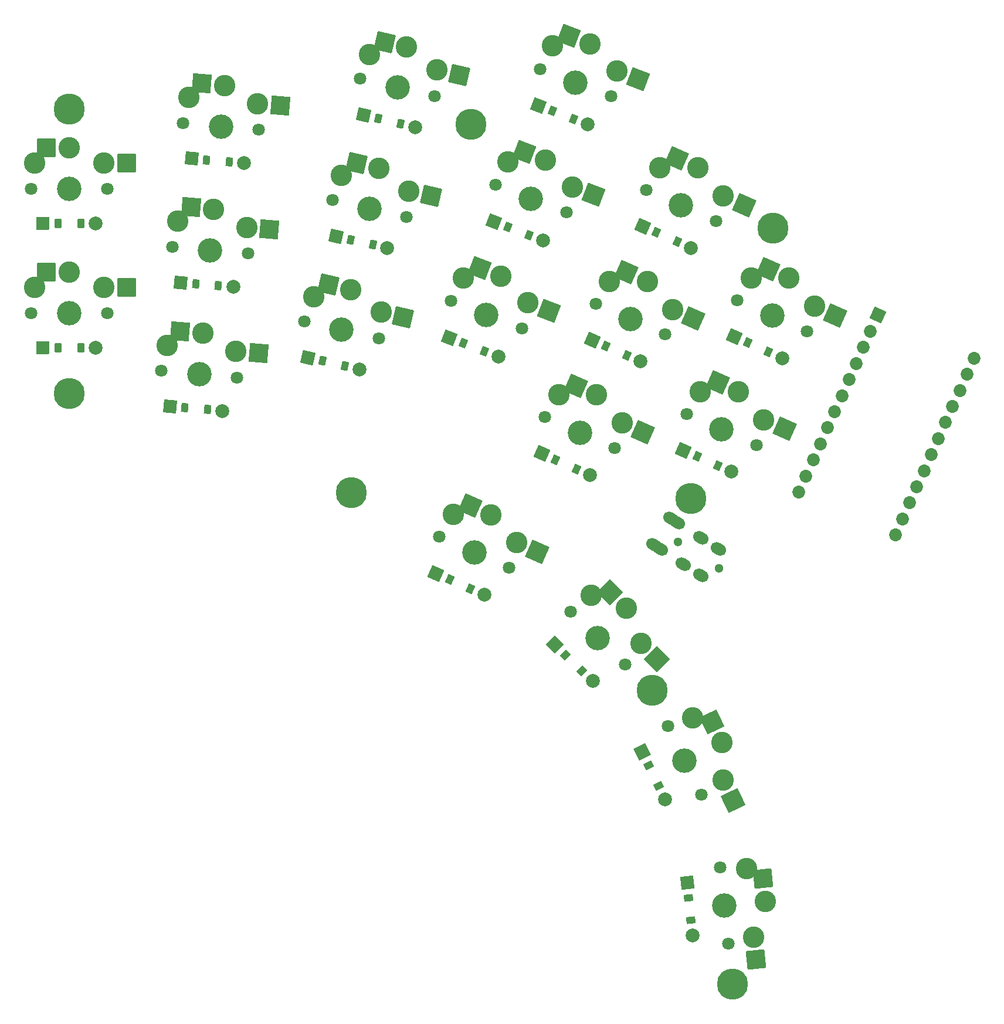
<source format=gbr>
%TF.GenerationSoftware,KiCad,Pcbnew,8.0.4*%
%TF.CreationDate,2024-09-06T09:16:38-06:00*%
%TF.ProjectId,swallowtail_split_rev2,7377616c-6c6f-4777-9461-696c5f73706c,v1.0.0*%
%TF.SameCoordinates,Original*%
%TF.FileFunction,Soldermask,Bot*%
%TF.FilePolarity,Negative*%
%FSLAX46Y46*%
G04 Gerber Fmt 4.6, Leading zero omitted, Abs format (unit mm)*
G04 Created by KiCad (PCBNEW 8.0.4) date 2024-09-06 09:16:38*
%MOMM*%
%LPD*%
G01*
G04 APERTURE LIST*
G04 Aperture macros list*
%AMRoundRect*
0 Rectangle with rounded corners*
0 $1 Rounding radius*
0 $2 $3 $4 $5 $6 $7 $8 $9 X,Y pos of 4 corners*
0 Add a 4 corners polygon primitive as box body*
4,1,4,$2,$3,$4,$5,$6,$7,$8,$9,$2,$3,0*
0 Add four circle primitives for the rounded corners*
1,1,$1+$1,$2,$3*
1,1,$1+$1,$4,$5*
1,1,$1+$1,$6,$7*
1,1,$1+$1,$8,$9*
0 Add four rect primitives between the rounded corners*
20,1,$1+$1,$2,$3,$4,$5,0*
20,1,$1+$1,$4,$5,$6,$7,0*
20,1,$1+$1,$6,$7,$8,$9,0*
20,1,$1+$1,$8,$9,$2,$3,0*%
%AMHorizOval*
0 Thick line with rounded ends*
0 $1 width*
0 $2 $3 position (X,Y) of the first rounded end (center of the circle)*
0 $4 $5 position (X,Y) of the second rounded end (center of the circle)*
0 Add line between two ends*
20,1,$1,$2,$3,$4,$5,0*
0 Add two circle primitives to create the rounded ends*
1,1,$1,$2,$3*
1,1,$1,$4,$5*%
G04 Aperture macros list end*
%ADD10C,1.801800*%
%ADD11C,3.100000*%
%ADD12C,3.529000*%
%ADD13RoundRect,0.050000X-1.408356X-1.181751X1.181751X-1.408356X1.408356X1.181751X-1.181751X1.408356X0*%
%ADD14RoundRect,0.050000X-1.679533X-0.747776X0.747776X-1.679533X1.679533X0.747776X-0.747776X1.679533X0*%
%ADD15C,4.500000*%
%ADD16RoundRect,0.050000X-1.173731X-0.450553X0.450553X-1.173731X1.173731X0.450553X-0.450553X1.173731X0*%
%ADD17RoundRect,0.050000X-0.655137X-0.365096X0.167053X-0.731159X0.655137X0.365096X-0.167053X0.731159X0*%
%ADD18C,2.005000*%
%ADD19RoundRect,0.050000X-0.889000X-0.889000X0.889000X-0.889000X0.889000X0.889000X-0.889000X0.889000X0*%
%ADD20RoundRect,0.050000X-0.450000X-0.600000X0.450000X-0.600000X0.450000X0.600000X-0.450000X0.600000X0*%
%ADD21RoundRect,0.050000X-1.716367X-0.658851X0.658851X-1.716367X1.716367X0.658851X-0.658851X1.716367X0*%
%ADD22RoundRect,0.050000X-1.066196X-0.666234X0.666234X-1.066196X1.066196X0.666234X-0.666234X1.066196X0*%
%ADD23RoundRect,0.050000X-0.573437X-0.483394X0.303496X-0.685850X0.573437X0.483394X-0.303496X0.685850X0*%
%ADD24RoundRect,0.050000X-0.963099X-0.808136X0.808136X-0.963099X0.963099X0.808136X-0.808136X0.963099X0*%
%ADD25RoundRect,0.050000X-0.500581X-0.558497X0.395994X-0.636937X0.500581X0.558497X-0.395994X0.636937X0*%
%ADD26RoundRect,0.050000X-0.977056X0.791204X-0.791204X-0.977056X0.977056X-0.791204X0.791204X0.977056X0*%
%ADD27RoundRect,0.050000X-0.643751X0.384818X-0.549675X-0.510252X0.643751X-0.384818X0.549675X0.510252X0*%
%ADD28RoundRect,0.050000X-1.428765X1.156991X-1.156991X-1.428765X1.428765X-1.156991X1.156991X1.428765X0*%
%ADD29RoundRect,0.050000X-1.148542X-0.511364X0.511364X-1.148542X1.148542X0.511364X-0.511364X1.148542X0*%
%ADD30RoundRect,0.050000X-0.635132X-0.398883X0.205090X-0.721414X0.635132X0.398883X-0.205090X0.721414X0*%
%ADD31RoundRect,0.050000X-1.838198X-0.032086X0.032086X-1.838198X1.838198X0.032086X-0.032086X1.838198X0*%
%ADD32RoundRect,0.050000X-1.559117X-0.974245X0.974245X-1.559117X1.559117X0.974245X-0.974245X1.559117X0*%
%ADD33RoundRect,0.050000X-1.300000X-1.300000X1.300000X-1.300000X1.300000X1.300000X-1.300000X1.300000X0*%
%ADD34C,1.300000*%
%ADD35HorizOval,1.700000X-0.251601X0.163392X0.251601X-0.163392X0*%
%ADD36RoundRect,0.050000X-1.188740X0.409316X-0.409316X-1.188740X1.188740X-0.409316X0.409316X1.188740X0*%
%ADD37RoundRect,0.050000X-0.736543X0.141435X-0.342009X-0.667480X0.736543X-0.141435X0.342009X0.667480X0*%
%ADD38RoundRect,0.050000X-1.738315X0.598550X-0.598550X-1.738315X1.738315X-0.598550X0.598550X1.738315X0*%
%ADD39RoundRect,0.050000X-1.257044X-0.021942X0.021942X-1.257044X1.257044X0.021942X-0.021942X1.257044X0*%
%ADD40RoundRect,0.050000X-0.740498X-0.119008X-0.093092X-0.744200X0.740498X0.119008X0.093092X0.744200X0*%
%ADD41RoundRect,0.050000X-0.444117X1.156963X-1.156963X-0.444117X0.444117X-1.156963X1.156963X0.444117X0*%
%ADD42C,1.852600*%
G04 APERTURE END LIST*
D10*
%TO.C,S3*%
X113282396Y-90332059D03*
D11*
X114107328Y-86639907D03*
X119280044Y-84884058D03*
X119280044Y-84884058D03*
D12*
X118761467Y-90811416D03*
D11*
X124069276Y-87511465D03*
D10*
X124240538Y-91290773D03*
D13*
X116017506Y-84598622D03*
X127331812Y-87796900D03*
%TD*%
D10*
%TO.C,S11*%
X167933566Y-46753328D03*
D11*
X169744236Y-43431586D03*
X175200547Y-43169548D03*
X175200547Y-43169548D03*
D12*
X173068258Y-48724352D03*
D11*
X179080040Y-47015265D03*
D10*
X178202950Y-50695376D03*
D14*
X172143070Y-41995893D03*
X182137516Y-48188920D03*
%TD*%
D15*
%TO.C,_4*%
X157998686Y-54775837D03*
%TD*%
D16*
%TO.C,D17*%
X152945219Y-119566141D03*
D17*
X154918477Y-120444693D03*
X157933177Y-121786923D03*
D18*
X159906435Y-122665475D03*
%TD*%
D15*
%TO.C,_3*%
X140691219Y-107955571D03*
%TD*%
D19*
%TO.C,D1*%
X96190000Y-87050000D03*
D20*
X98350000Y-87050000D03*
X101650000Y-87050000D03*
D18*
X103810000Y-87050000D03*
%TD*%
D10*
%TO.C,S12*%
X168686680Y-97019512D03*
D11*
X170668715Y-93797085D03*
X176131263Y-93820969D03*
X176131263Y-93820969D03*
D12*
X173711180Y-99256564D03*
D11*
X179804170Y-97864452D03*
D10*
X178735680Y-101493616D03*
D21*
X173139402Y-92488906D03*
X182796031Y-99196514D03*
%TD*%
D22*
%TO.C,D7*%
X138491438Y-70918395D03*
D23*
X140596077Y-71404290D03*
X143811499Y-72146628D03*
D18*
X145916138Y-72632523D03*
%TD*%
D24*
%TO.C,D4*%
X116094632Y-77578632D03*
D25*
X118246413Y-77766888D03*
X121533855Y-78054502D03*
D18*
X123685636Y-78242758D03*
%TD*%
D19*
%TO.C,D2*%
X96190000Y-69100000D03*
D20*
X98350000Y-69100000D03*
X101650000Y-69100000D03*
D18*
X103810000Y-69100000D03*
%TD*%
D16*
%TO.C,D15*%
X188656425Y-101805729D03*
D17*
X190629683Y-102684281D03*
X193644383Y-104026511D03*
D18*
X195617641Y-104905063D03*
%TD*%
D26*
%TO.C,D20*%
X189194573Y-164253115D03*
D27*
X189420354Y-166401282D03*
X189765298Y-169683204D03*
D18*
X189991079Y-171831371D03*
%TD*%
D15*
%TO.C,_7*%
X184138065Y-136465759D03*
%TD*%
D10*
%TO.C,S20*%
X193990529Y-162049731D03*
D11*
X197772251Y-162155010D03*
X200482841Y-166897657D03*
X200482841Y-166897657D03*
D12*
X194565436Y-167519601D03*
D11*
X198817535Y-172100229D03*
D10*
X195140343Y-172989471D03*
D28*
X200140511Y-163640597D03*
X199159866Y-175357288D03*
%TD*%
D29*
%TO.C,D9*%
X154854068Y-85542409D03*
D30*
X156870601Y-86316484D03*
X159951417Y-87499098D03*
D18*
X161967950Y-88273173D03*
%TD*%
D10*
%TO.C,S18*%
X172340893Y-125073362D03*
D11*
X175305532Y-122723167D03*
X180430479Y-124613911D03*
X180430479Y-124613911D03*
D12*
X176297262Y-128893983D03*
D11*
X182498930Y-129669751D03*
D10*
X180253631Y-132714604D03*
D31*
X178074641Y-122338905D03*
X184854768Y-131944757D03*
%TD*%
D22*
%TO.C,D8*%
X142529309Y-53428452D03*
D23*
X144633948Y-53914347D03*
X147849370Y-54656685D03*
D18*
X149954009Y-55142580D03*
%TD*%
D16*
%TO.C,D12*%
X168196888Y-102274624D03*
D17*
X170170146Y-103153176D03*
X173184846Y-104495406D03*
D18*
X175158104Y-105373958D03*
%TD*%
D10*
%TO.C,S8*%
X142007380Y-48176435D03*
D11*
X143338131Y-44635023D03*
X148704874Y-43616164D03*
X148704874Y-43616164D03*
D12*
X147366415Y-49413666D03*
D11*
X153081832Y-46884534D03*
D10*
X152725450Y-50650897D03*
D32*
X145513812Y-42879449D03*
X156272894Y-47621248D03*
%TD*%
D15*
%TO.C,_8*%
X195757060Y-178857151D03*
%TD*%
D10*
%TO.C,S6*%
X133931637Y-83156320D03*
D11*
X135262388Y-79614908D03*
X140629131Y-78596049D03*
X140629131Y-78596049D03*
D12*
X139290672Y-84393551D03*
D11*
X145006089Y-81864419D03*
D10*
X144649707Y-85630782D03*
D32*
X137438069Y-77859334D03*
X148197151Y-82601133D03*
%TD*%
D16*
%TO.C,D14*%
X182798734Y-69478342D03*
D17*
X184771992Y-70356894D03*
X187786692Y-71699124D03*
D18*
X189759950Y-72577676D03*
%TD*%
D29*
%TO.C,D10*%
X161286773Y-68784640D03*
D30*
X163303306Y-69558715D03*
X166384122Y-70741329D03*
D18*
X168400655Y-71515404D03*
%TD*%
D10*
%TO.C,S14*%
X183288525Y-64223230D03*
D11*
X185270560Y-61000803D03*
X190733108Y-61024687D03*
X190733108Y-61024687D03*
D12*
X188313025Y-66460282D03*
D11*
X194406015Y-65068170D03*
D10*
X193337525Y-68697334D03*
D21*
X187741247Y-59692624D03*
X197397876Y-66400232D03*
%TD*%
D10*
%TO.C,S1*%
X94500000Y-82050000D03*
D11*
X95000000Y-78300000D03*
X100000000Y-76100000D03*
X100000000Y-76100000D03*
D12*
X100000000Y-82050000D03*
D11*
X105000000Y-78300000D03*
D10*
X105500000Y-82050000D03*
D33*
X96725000Y-76100000D03*
X108275000Y-78300000D03*
%TD*%
D15*
%TO.C,_5*%
X201617989Y-69767853D03*
%TD*%
D10*
%TO.C,S9*%
X155068157Y-80268865D03*
D11*
X156878827Y-76947123D03*
X162335138Y-76685085D03*
X162335138Y-76685085D03*
D12*
X160202849Y-82239889D03*
D11*
X166214631Y-80530802D03*
D10*
X165337541Y-84210913D03*
D14*
X159277661Y-75511430D03*
X169272107Y-81704457D03*
%TD*%
D15*
%TO.C,_2*%
X100000000Y-52510000D03*
%TD*%
D24*
%TO.C,D5*%
X117659078Y-59696937D03*
D25*
X119810859Y-59885193D03*
X123098301Y-60172807D03*
D18*
X125250082Y-60361063D03*
%TD*%
D34*
%TO.C,TRRS1*%
X193761953Y-118832388D03*
X187891259Y-115019915D03*
D35*
X186879518Y-111620447D03*
X184374179Y-115478332D03*
X187802056Y-112219550D03*
X185296716Y-116077435D03*
X191156738Y-114398106D03*
X188651398Y-118255991D03*
X193672750Y-116032023D03*
X191167410Y-119889908D03*
%TD*%
D10*
%TO.C,S10*%
X161500862Y-63511096D03*
D11*
X163311532Y-60189354D03*
X168767843Y-59927316D03*
X168767843Y-59927316D03*
D12*
X166635554Y-65482120D03*
D11*
X172647336Y-63773033D03*
D10*
X171770246Y-67453144D03*
D14*
X165710366Y-58753661D03*
X175704812Y-64946688D03*
%TD*%
D29*
%TO.C,D11*%
X167719478Y-52026872D03*
D30*
X169736011Y-52800947D03*
X172816827Y-53983561D03*
D18*
X174833360Y-54757636D03*
%TD*%
D10*
%TO.C,S13*%
X175987602Y-80621371D03*
D11*
X177969637Y-77398944D03*
X183432185Y-77422828D03*
X183432185Y-77422828D03*
D12*
X181012102Y-82858423D03*
D11*
X187105092Y-81466311D03*
D10*
X186036602Y-85095475D03*
D21*
X180440324Y-76090765D03*
X190096953Y-82798373D03*
%TD*%
D10*
%TO.C,S4*%
X114846842Y-72450364D03*
D11*
X115671774Y-68758212D03*
X120844490Y-67002363D03*
X120844490Y-67002363D03*
D12*
X120325913Y-72929721D03*
D11*
X125633722Y-69629770D03*
D10*
X125804984Y-73409078D03*
D13*
X117581952Y-66716927D03*
X128896258Y-69915205D03*
%TD*%
D16*
%TO.C,D16*%
X195957348Y-85407588D03*
D17*
X197930606Y-86286140D03*
X200945306Y-87628370D03*
D18*
X202918564Y-88506922D03*
%TD*%
D36*
%TO.C,D19*%
X182672554Y-145363657D03*
D37*
X183619436Y-147305052D03*
X185066060Y-150271072D03*
D18*
X186012942Y-152212467D03*
%TD*%
D10*
%TO.C,S19*%
X186425677Y-141652839D03*
D11*
X190015340Y-140458344D03*
X194184543Y-143987898D03*
X194184543Y-143987898D03*
D12*
X188836718Y-146596206D03*
D11*
X194399051Y-149446284D03*
D10*
X191247759Y-151539573D03*
D38*
X192748877Y-141044347D03*
X195834717Y-152389835D03*
%TD*%
D10*
%TO.C,S2*%
X94500000Y-64100000D03*
D11*
X95000000Y-60350000D03*
X100000000Y-58150000D03*
X100000000Y-58150000D03*
D12*
X100000000Y-64100000D03*
D11*
X105000000Y-60350000D03*
D10*
X105500000Y-64100000D03*
D33*
X96725000Y-58150000D03*
X108275000Y-60350000D03*
%TD*%
D10*
%TO.C,S15*%
X189146216Y-96550617D03*
D11*
X191128251Y-93328190D03*
X196590799Y-93352074D03*
X196590799Y-93352074D03*
D12*
X194170716Y-98787669D03*
D11*
X200263706Y-97395557D03*
D10*
X199195216Y-101024721D03*
D21*
X193598938Y-92020011D03*
X203255567Y-98727619D03*
%TD*%
D22*
%TO.C,D6*%
X134453567Y-88408338D03*
D23*
X136558206Y-88894233D03*
X139773628Y-89636571D03*
D18*
X141878267Y-90122466D03*
%TD*%
D24*
%TO.C,D3*%
X114530187Y-95460326D03*
D25*
X116681968Y-95648582D03*
X119969410Y-95936196D03*
D18*
X122121191Y-96124452D03*
%TD*%
D16*
%TO.C,D13*%
X175497811Y-85876483D03*
D17*
X177471069Y-86755035D03*
X180485769Y-88097265D03*
D18*
X182459027Y-88975817D03*
%TD*%
D10*
%TO.C,S5*%
X116411287Y-54568669D03*
D11*
X117236219Y-50876517D03*
X122408935Y-49120668D03*
X122408935Y-49120668D03*
D12*
X121890358Y-55048026D03*
D11*
X127198167Y-51748075D03*
D10*
X127369429Y-55527383D03*
D13*
X119146397Y-48835232D03*
X130460703Y-52033510D03*
%TD*%
D10*
%TO.C,S7*%
X137969508Y-65666378D03*
D11*
X139300259Y-62124966D03*
X144667002Y-61106107D03*
X144667002Y-61106107D03*
D12*
X143328543Y-66903609D03*
D11*
X149043960Y-64374477D03*
D10*
X148687578Y-68140840D03*
D32*
X141475940Y-60369392D03*
X152235022Y-65111191D03*
%TD*%
D39*
%TO.C,D18*%
X170083285Y-129844034D03*
D40*
X171637059Y-131344496D03*
X174010881Y-133636868D03*
D18*
X175564655Y-135137330D03*
%TD*%
D15*
%TO.C,_1*%
X100000000Y-93640000D03*
%TD*%
%TO.C,_6*%
X189737287Y-108745314D03*
%TD*%
D10*
%TO.C,S17*%
X153435010Y-114311029D03*
D11*
X155417045Y-111088602D03*
X160879593Y-111112486D03*
X160879593Y-111112486D03*
D12*
X158459510Y-116548081D03*
D11*
X164552500Y-115155969D03*
D10*
X163484010Y-118785133D03*
D21*
X157887732Y-109780423D03*
X167544361Y-116488031D03*
%TD*%
D10*
%TO.C,S16*%
X196447139Y-80152476D03*
D11*
X198429174Y-76930049D03*
X203891722Y-76953933D03*
X203891722Y-76953933D03*
D12*
X201471639Y-82389528D03*
D11*
X207564629Y-80997416D03*
D10*
X206496139Y-84626580D03*
D21*
X200899861Y-75621870D03*
X210556490Y-82329478D03*
%TD*%
D41*
%TO.C,MCU1*%
X216701889Y-82307103D03*
D42*
X215668777Y-84627508D03*
X214635666Y-86947914D03*
X213602555Y-89268319D03*
X212569444Y-91588725D03*
X211536333Y-93909130D03*
X210503222Y-96229536D03*
X209470111Y-98549941D03*
X208437000Y-100870346D03*
X207403889Y-103190752D03*
X206370778Y-105511157D03*
X205337667Y-107831563D03*
X230624321Y-88505769D03*
X229591210Y-90826175D03*
X228558099Y-93146580D03*
X227524988Y-95466986D03*
X226491877Y-97787391D03*
X225458766Y-100107796D03*
X224425655Y-102428202D03*
X223392544Y-104748607D03*
X222359433Y-107069013D03*
X221326322Y-109389418D03*
X220293211Y-111709824D03*
X219260099Y-114030229D03*
%TD*%
M02*

</source>
